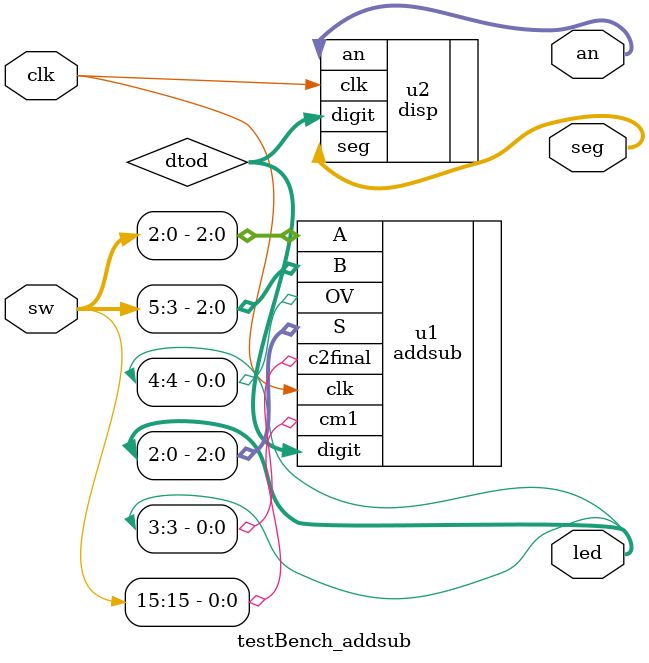
<source format=v>
`timescale 1ns/1ps
module testBench_addsub (
	input clk,
	input [15:0] sw,
	output [15:0] led,
	output [3:0] an,
	output [6:0] seg
);
wire [6:0] dtod;
	addsub u1 (
		.clk(clk),
		.A(sw[2:0]),
		.B(sw[5:3]),
		.cm1(sw[15]),
		.S(led[2:0]),
		.c2final(led[3]),
		.OV(led[4]),
		.digit(dtod)
	);	
	disp u2(
	   .clk(clk),
	   .an(an),
	   .digit(dtod),
       .seg(seg)
	);	
endmodule


</source>
